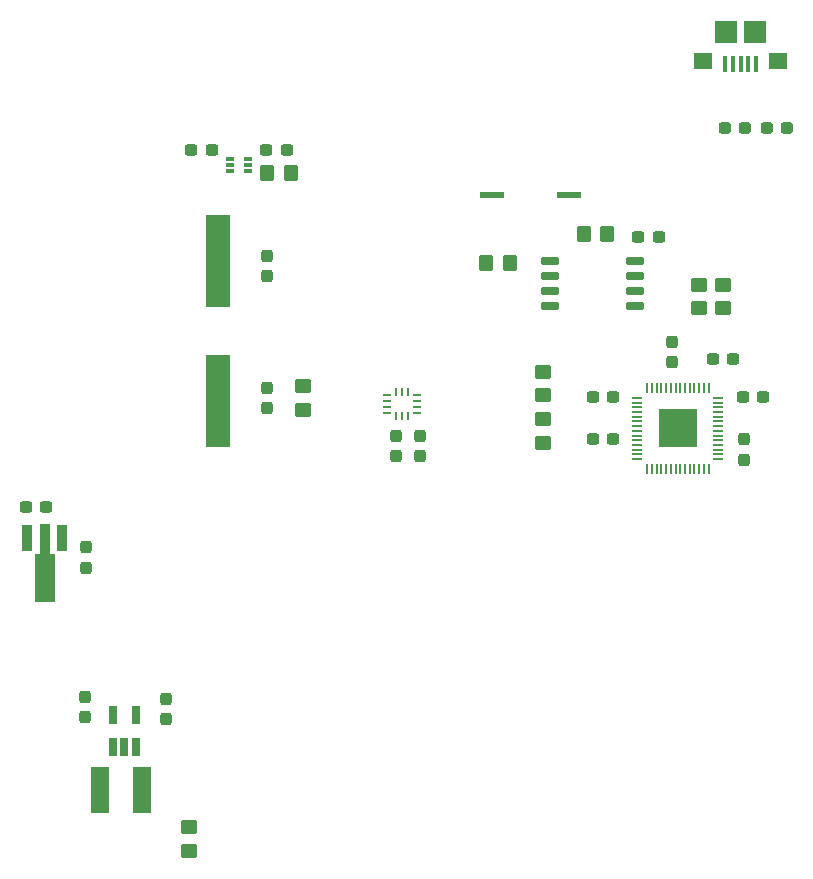
<source format=gtp>
G04 #@! TF.GenerationSoftware,KiCad,Pcbnew,(6.0.5)*
G04 #@! TF.CreationDate,2023-04-10T12:53:00-04:00*
G04 #@! TF.ProjectId,control_board,636f6e74-726f-46c5-9f62-6f6172642e6b,rev?*
G04 #@! TF.SameCoordinates,Original*
G04 #@! TF.FileFunction,Paste,Top*
G04 #@! TF.FilePolarity,Positive*
%FSLAX46Y46*%
G04 Gerber Fmt 4.6, Leading zero omitted, Abs format (unit mm)*
G04 Created by KiCad (PCBNEW (6.0.5)) date 2023-04-10 12:53:00*
%MOMM*%
%LPD*%
G01*
G04 APERTURE LIST*
G04 Aperture macros list*
%AMRoundRect*
0 Rectangle with rounded corners*
0 $1 Rounding radius*
0 $2 $3 $4 $5 $6 $7 $8 $9 X,Y pos of 4 corners*
0 Add a 4 corners polygon primitive as box body*
4,1,4,$2,$3,$4,$5,$6,$7,$8,$9,$2,$3,0*
0 Add four circle primitives for the rounded corners*
1,1,$1+$1,$2,$3*
1,1,$1+$1,$4,$5*
1,1,$1+$1,$6,$7*
1,1,$1+$1,$8,$9*
0 Add four rect primitives between the rounded corners*
20,1,$1+$1,$2,$3,$4,$5,0*
20,1,$1+$1,$4,$5,$6,$7,0*
20,1,$1+$1,$6,$7,$8,$9,0*
20,1,$1+$1,$8,$9,$2,$3,0*%
%AMFreePoly0*
4,1,9,5.362500,-0.866500,1.237500,-0.866500,1.237500,-0.450000,-1.237500,-0.450000,-1.237500,0.450000,1.237500,0.450000,1.237500,0.866500,5.362500,0.866500,5.362500,-0.866500,5.362500,-0.866500,$1*%
G04 Aperture macros list end*
%ADD10R,1.600000X1.400000*%
%ADD11R,1.900000X1.900000*%
%ADD12R,0.400000X1.350000*%
%ADD13RoundRect,0.237500X-0.237500X0.300000X-0.237500X-0.300000X0.237500X-0.300000X0.237500X0.300000X0*%
%ADD14RoundRect,0.237500X-0.300000X-0.237500X0.300000X-0.237500X0.300000X0.237500X-0.300000X0.237500X0*%
%ADD15RoundRect,0.250000X-0.350000X-0.450000X0.350000X-0.450000X0.350000X0.450000X-0.350000X0.450000X0*%
%ADD16R,0.650000X1.560000*%
%ADD17R,0.900000X2.300000*%
%ADD18FreePoly0,270.000000*%
%ADD19RoundRect,0.237500X0.237500X-0.300000X0.237500X0.300000X-0.237500X0.300000X-0.237500X-0.300000X0*%
%ADD20RoundRect,0.150000X-0.650000X-0.150000X0.650000X-0.150000X0.650000X0.150000X-0.650000X0.150000X0*%
%ADD21RoundRect,0.250000X0.350000X0.450000X-0.350000X0.450000X-0.350000X-0.450000X0.350000X-0.450000X0*%
%ADD22RoundRect,0.250000X-0.450000X0.350000X-0.450000X-0.350000X0.450000X-0.350000X0.450000X0.350000X0*%
%ADD23RoundRect,0.237500X0.287500X0.237500X-0.287500X0.237500X-0.287500X-0.237500X0.287500X-0.237500X0*%
%ADD24R,0.675000X0.250000*%
%ADD25R,0.250000X0.675000*%
%ADD26R,2.000000X7.875000*%
%ADD27RoundRect,0.237500X0.300000X0.237500X-0.300000X0.237500X-0.300000X-0.237500X0.300000X-0.237500X0*%
%ADD28O,0.875000X0.200000*%
%ADD29O,0.200000X0.875000*%
%ADD30R,3.200000X3.200000*%
%ADD31RoundRect,0.250000X0.450000X-0.350000X0.450000X0.350000X-0.450000X0.350000X-0.450000X-0.350000X0*%
%ADD32RoundRect,0.237500X-0.287500X-0.237500X0.287500X-0.237500X0.287500X0.237500X-0.287500X0.237500X0*%
%ADD33R,1.500000X4.000000*%
%ADD34R,0.700000X0.340000*%
%ADD35R,2.108200X0.558800*%
G04 APERTURE END LIST*
D10*
X170818250Y-54774000D03*
D11*
X168818250Y-52324000D03*
D10*
X164418250Y-54774000D03*
D11*
X166418250Y-52324000D03*
D12*
X166318250Y-54999000D03*
X166968250Y-54999000D03*
X167618250Y-54999000D03*
X168268250Y-54999000D03*
X168918250Y-54999000D03*
D13*
X127508000Y-71273500D03*
X127508000Y-72998500D03*
D14*
X158963000Y-69627500D03*
X160688000Y-69627500D03*
X107087500Y-92562500D03*
X108812500Y-92562500D03*
X167785500Y-83213500D03*
X169510500Y-83213500D03*
D15*
X127531450Y-64206000D03*
X129531450Y-64206000D03*
D16*
X114493000Y-112856000D03*
X115443000Y-112856000D03*
X116393000Y-112856000D03*
X116393000Y-110156000D03*
X114493000Y-110156000D03*
D17*
X110200000Y-95162500D03*
D18*
X108700000Y-95250000D03*
D17*
X107200000Y-95162500D03*
D19*
X118999000Y-110490000D03*
X118999000Y-108765000D03*
D13*
X167894000Y-86795000D03*
X167894000Y-88520000D03*
D20*
X151475500Y-71722500D03*
X151475500Y-72992500D03*
X151475500Y-74262500D03*
X151475500Y-75532500D03*
X158675500Y-75532500D03*
X158675500Y-74262500D03*
X158675500Y-72992500D03*
X158675500Y-71722500D03*
D21*
X148075500Y-71877500D03*
X146075500Y-71877500D03*
D19*
X140462000Y-88238500D03*
X140462000Y-86513500D03*
D22*
X120904000Y-121650000D03*
X120904000Y-119650000D03*
D19*
X161798000Y-80264000D03*
X161798000Y-78539000D03*
D23*
X168007000Y-60452000D03*
X166257000Y-60452000D03*
D24*
X137675500Y-83070000D03*
X137675500Y-83570000D03*
X137675500Y-84070000D03*
X137675500Y-84570000D03*
D25*
X138438000Y-84832500D03*
X138938000Y-84832500D03*
X139438000Y-84832500D03*
D24*
X140200500Y-84570000D03*
X140200500Y-84070000D03*
X140200500Y-83570000D03*
X140200500Y-83070000D03*
D25*
X139438000Y-82807500D03*
X138938000Y-82807500D03*
X138438000Y-82807500D03*
D26*
X123347000Y-83587500D03*
X123347000Y-71712500D03*
D15*
X154325500Y-69377500D03*
X156325500Y-69377500D03*
D27*
X156826500Y-86767500D03*
X155101500Y-86767500D03*
D28*
X158868500Y-83279500D03*
X158868500Y-83679500D03*
X158868500Y-84079500D03*
X158868500Y-84479500D03*
X158868500Y-84879500D03*
X158868500Y-85279500D03*
X158868500Y-85679500D03*
X158868500Y-86079500D03*
X158868500Y-86479500D03*
X158868500Y-86879500D03*
X158868500Y-87279500D03*
X158868500Y-87679500D03*
X158868500Y-88079500D03*
X158868500Y-88479500D03*
D29*
X159706000Y-89317000D03*
X160106000Y-89317000D03*
X160506000Y-89317000D03*
X160906000Y-89317000D03*
X161306000Y-89317000D03*
X161706000Y-89317000D03*
X162106000Y-89317000D03*
X162506000Y-89317000D03*
X162906000Y-89317000D03*
X163306000Y-89317000D03*
X163706000Y-89317000D03*
X164106000Y-89317000D03*
X164506000Y-89317000D03*
X164906000Y-89317000D03*
D28*
X165743500Y-88479500D03*
X165743500Y-88079500D03*
X165743500Y-87679500D03*
X165743500Y-87279500D03*
X165743500Y-86879500D03*
X165743500Y-86479500D03*
X165743500Y-86079500D03*
X165743500Y-85679500D03*
X165743500Y-85279500D03*
X165743500Y-84879500D03*
X165743500Y-84479500D03*
X165743500Y-84079500D03*
X165743500Y-83679500D03*
X165743500Y-83279500D03*
D29*
X164906000Y-82442000D03*
X164506000Y-82442000D03*
X164106000Y-82442000D03*
X163706000Y-82442000D03*
X163306000Y-82442000D03*
X162906000Y-82442000D03*
X162506000Y-82442000D03*
X162106000Y-82442000D03*
X161706000Y-82442000D03*
X161306000Y-82442000D03*
X160906000Y-82442000D03*
X160506000Y-82442000D03*
X160106000Y-82442000D03*
X159706000Y-82442000D03*
D30*
X162306000Y-85879500D03*
D31*
X150876000Y-83069500D03*
X150876000Y-81069500D03*
D22*
X130556000Y-82312000D03*
X130556000Y-84312000D03*
D32*
X169813000Y-60452000D03*
X171563000Y-60452000D03*
D19*
X112200000Y-97675000D03*
X112200000Y-95950000D03*
D14*
X121115750Y-62301000D03*
X122840750Y-62301000D03*
D31*
X164084000Y-75703500D03*
X164084000Y-73703500D03*
D13*
X127508000Y-82449500D03*
X127508000Y-84174500D03*
D22*
X150876000Y-85117500D03*
X150876000Y-87117500D03*
D13*
X138430000Y-86513500D03*
X138430000Y-88238500D03*
D14*
X127465750Y-62301000D03*
X129190750Y-62301000D03*
D27*
X156818500Y-83211500D03*
X155093500Y-83211500D03*
D19*
X112141000Y-110336500D03*
X112141000Y-108611500D03*
D33*
X116963600Y-116484400D03*
X113363600Y-116484400D03*
D31*
X166116000Y-75703500D03*
X166116000Y-73703500D03*
D34*
X124403250Y-63071000D03*
X124403250Y-63571000D03*
X124403250Y-64071000D03*
X125903250Y-64071000D03*
X125903250Y-63571000D03*
X125903250Y-63071000D03*
D14*
X165253500Y-80010000D03*
X166978500Y-80010000D03*
D35*
X153126200Y-66127500D03*
X146524800Y-66127500D03*
M02*

</source>
